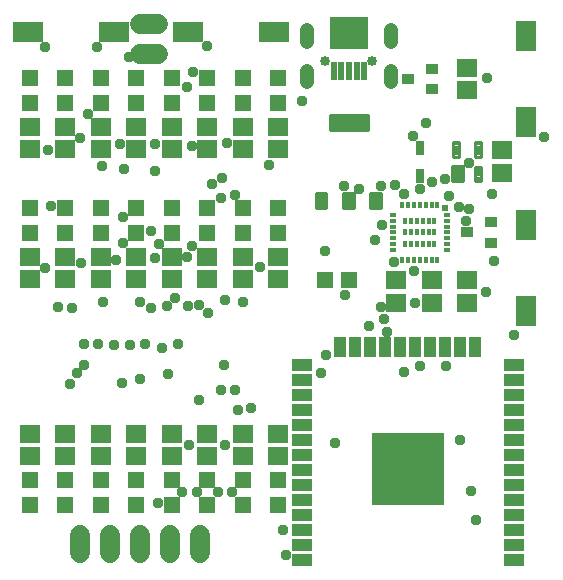
<source format=gbr>
G04 EAGLE Gerber RS-274X export*
G75*
%MOMM*%
%FSLAX34Y34*%
%LPD*%
%INSoldermask Top*%
%IPPOS*%
%AMOC8*
5,1,8,0,0,1.08239X$1,22.5*%
G01*
%ADD10R,1.703200X1.503200*%
%ADD11R,0.663200X1.243200*%
%ADD12C,0.346025*%
%ADD13C,0.293481*%
%ADD14R,1.703200X1.103200*%
%ADD15R,1.103200X1.703200*%
%ADD16R,6.203200X6.203200*%
%ADD17R,1.803200X2.503200*%
%ADD18R,1.403200X1.403200*%
%ADD19R,0.300000X0.600000*%
%ADD20R,0.600000X0.300000*%
%ADD21R,0.500000X0.500000*%
%ADD22R,1.053200X0.953200*%
%ADD23C,0.339959*%
%ADD24C,0.393431*%
%ADD25R,0.603200X1.603200*%
%ADD26R,3.203200X2.803200*%
%ADD27C,0.853200*%
%ADD28C,1.161200*%
%ADD29R,2.503200X1.803200*%
%ADD30C,1.727200*%
%ADD31C,0.959600*%


D10*
X370000Y240500D03*
X370000Y259500D03*
X400000Y439500D03*
X400000Y420500D03*
X400000Y240500D03*
X400000Y259500D03*
D11*
X360000Y371900D03*
X360000Y348100D03*
D12*
X388164Y343964D02*
X396636Y343964D01*
X388164Y343964D02*
X388164Y355536D01*
X396636Y355536D01*
X396636Y343964D01*
X396636Y347251D02*
X388164Y347251D01*
X388164Y350538D02*
X396636Y350538D01*
X396636Y353825D02*
X388164Y353825D01*
D13*
X407101Y343701D02*
X412099Y343701D01*
X407101Y343701D02*
X407101Y355799D01*
X412099Y355799D01*
X412099Y343701D01*
X412099Y346489D02*
X407101Y346489D01*
X407101Y349277D02*
X412099Y349277D01*
X412099Y352065D02*
X407101Y352065D01*
X407101Y354853D02*
X412099Y354853D01*
X412099Y364201D02*
X407101Y364201D01*
X407101Y376299D01*
X412099Y376299D01*
X412099Y364201D01*
X412099Y366989D02*
X407101Y366989D01*
X407101Y369777D02*
X412099Y369777D01*
X412099Y372565D02*
X407101Y372565D01*
X407101Y375353D02*
X412099Y375353D01*
X392899Y364201D02*
X387901Y364201D01*
X387901Y376299D01*
X392899Y376299D01*
X392899Y364201D01*
X392899Y366989D02*
X387901Y366989D01*
X387901Y369777D02*
X392899Y369777D01*
X392899Y372565D02*
X387901Y372565D01*
X387901Y375353D02*
X392899Y375353D01*
D14*
X440000Y23000D03*
X440000Y35700D03*
X440000Y48400D03*
X440000Y61100D03*
X440000Y73800D03*
X440000Y86500D03*
X440000Y99200D03*
X440000Y111900D03*
X440000Y124600D03*
X440000Y137300D03*
X440000Y150000D03*
X440000Y162700D03*
X440000Y175400D03*
X440000Y188100D03*
D15*
X407150Y203000D03*
X394450Y203000D03*
X381750Y203000D03*
X369050Y203000D03*
X356350Y203000D03*
X343650Y203000D03*
X330950Y203000D03*
X318250Y203000D03*
X305550Y203000D03*
X292850Y203000D03*
D14*
X260000Y188100D03*
X260000Y175400D03*
X260000Y162700D03*
X260000Y150000D03*
X260000Y137300D03*
X260000Y124600D03*
X260000Y111900D03*
X260000Y99200D03*
X260000Y86500D03*
X260000Y73800D03*
X260000Y61100D03*
X260000Y48400D03*
X260000Y35700D03*
X260000Y23000D03*
D16*
X350000Y100000D03*
D17*
X450000Y393500D03*
X450000Y466500D03*
D18*
X300500Y260000D03*
X279500Y260000D03*
D17*
X450000Y233500D03*
X450000Y306500D03*
D19*
X375000Y323000D03*
X370000Y323000D03*
X365000Y323000D03*
X360000Y323000D03*
X355000Y323000D03*
X350000Y323000D03*
X345000Y323000D03*
D20*
X337000Y315000D03*
X337000Y310000D03*
X337000Y305000D03*
X337000Y300000D03*
X337000Y295000D03*
X337000Y290000D03*
X337000Y285000D03*
D19*
X345000Y277000D03*
X350000Y277000D03*
X355000Y277000D03*
X360000Y277000D03*
X365000Y277000D03*
X370000Y277000D03*
X375000Y277000D03*
D20*
X383000Y285000D03*
X383000Y290000D03*
X383000Y295000D03*
X383000Y300000D03*
X383000Y305000D03*
X383000Y310000D03*
X383000Y315000D03*
D21*
X381025Y321025D03*
D19*
X372500Y310000D03*
X372500Y300000D03*
X372500Y290000D03*
X367500Y310000D03*
X367500Y300000D03*
X367500Y290000D03*
X362500Y310000D03*
X362500Y300000D03*
X362500Y290000D03*
X357500Y310000D03*
X357500Y300000D03*
X357500Y290000D03*
X352500Y310000D03*
X352500Y300000D03*
X352500Y290000D03*
X347500Y310000D03*
X347500Y300000D03*
X347500Y290000D03*
D22*
X420000Y291250D03*
X420000Y308750D03*
X400000Y300000D03*
X370000Y421250D03*
X370000Y438750D03*
X350000Y430000D03*
D10*
X340000Y240500D03*
X340000Y259500D03*
X430000Y350500D03*
X430000Y369500D03*
D23*
X281066Y320684D02*
X273134Y320684D01*
X273134Y332416D01*
X281066Y332416D01*
X281066Y320684D01*
X281066Y323914D02*
X273134Y323914D01*
X273134Y327144D02*
X281066Y327144D01*
X281066Y330374D02*
X273134Y330374D01*
X296034Y320684D02*
X303966Y320684D01*
X296034Y320684D02*
X296034Y332416D01*
X303966Y332416D01*
X303966Y320684D01*
X303966Y323914D02*
X296034Y323914D01*
X296034Y327144D02*
X303966Y327144D01*
X303966Y330374D02*
X296034Y330374D01*
X318934Y320684D02*
X326866Y320684D01*
X318934Y320684D02*
X318934Y332416D01*
X326866Y332416D01*
X326866Y320684D01*
X326866Y323914D02*
X318934Y323914D01*
X318934Y327144D02*
X326866Y327144D01*
X326866Y330374D02*
X318934Y330374D01*
D24*
X315249Y387851D02*
X284751Y387851D01*
X284751Y399049D01*
X315249Y399049D01*
X315249Y387851D01*
X315249Y391588D02*
X284751Y391588D01*
X284751Y395325D02*
X315249Y395325D01*
D25*
X313000Y437000D03*
X306500Y437000D03*
X300000Y437000D03*
X293500Y437000D03*
X287000Y437000D03*
D26*
X300000Y469000D03*
D27*
X320000Y445250D03*
X280000Y445250D03*
D28*
X264250Y436790D02*
X264250Y427210D01*
X264250Y461710D02*
X264250Y471290D01*
X335750Y471290D02*
X335750Y461710D01*
X335750Y436790D02*
X335750Y427210D01*
D18*
X30000Y69500D03*
X30000Y90500D03*
D10*
X30000Y129500D03*
X30000Y110500D03*
D18*
X60000Y69500D03*
X60000Y90500D03*
D10*
X60000Y129500D03*
X60000Y110500D03*
D18*
X90000Y69500D03*
X90000Y90500D03*
D10*
X90000Y129500D03*
X90000Y110500D03*
D18*
X120000Y69500D03*
X120000Y90500D03*
D10*
X120000Y129500D03*
X120000Y110500D03*
D18*
X150000Y69500D03*
X150000Y90500D03*
D10*
X150000Y129500D03*
X150000Y110500D03*
D18*
X180000Y69500D03*
X180000Y90500D03*
D10*
X180000Y129500D03*
X180000Y110500D03*
D18*
X210000Y69500D03*
X210000Y90500D03*
D10*
X210000Y129500D03*
X210000Y110500D03*
D18*
X240000Y69500D03*
X240000Y90500D03*
D10*
X240000Y129500D03*
X240000Y110500D03*
D18*
X30000Y430500D03*
X30000Y409500D03*
D10*
X30000Y370500D03*
X30000Y389500D03*
D18*
X60000Y430500D03*
X60000Y409500D03*
D10*
X60000Y370500D03*
X60000Y389500D03*
D18*
X90000Y430500D03*
X90000Y409500D03*
D10*
X90000Y370500D03*
X90000Y389500D03*
D18*
X120000Y430500D03*
X120000Y409500D03*
D10*
X120000Y370500D03*
X120000Y389500D03*
D18*
X150000Y430500D03*
X150000Y409500D03*
D10*
X150000Y370500D03*
X150000Y389500D03*
D18*
X180000Y430500D03*
X180000Y409500D03*
D10*
X180000Y370500D03*
X180000Y389500D03*
D18*
X210000Y430500D03*
X210000Y409500D03*
D10*
X210000Y370500D03*
X210000Y389500D03*
D18*
X240000Y430500D03*
X240000Y409500D03*
D10*
X240000Y370500D03*
X240000Y389500D03*
D18*
X30000Y320500D03*
X30000Y299500D03*
D10*
X30000Y260500D03*
X30000Y279500D03*
D18*
X60000Y320500D03*
X60000Y299500D03*
D10*
X60000Y260500D03*
X60000Y279500D03*
D18*
X90000Y320500D03*
X90000Y299500D03*
D10*
X90000Y260500D03*
X90000Y279500D03*
D18*
X120000Y320500D03*
X120000Y299500D03*
D10*
X120000Y260500D03*
X120000Y279500D03*
D18*
X150000Y320500D03*
X150000Y299500D03*
D10*
X150000Y260500D03*
X150000Y279500D03*
D18*
X180000Y320500D03*
X180000Y299500D03*
D10*
X180000Y260500D03*
X180000Y279500D03*
D18*
X210000Y320500D03*
X210000Y299500D03*
D10*
X210000Y260500D03*
X210000Y279500D03*
D18*
X240000Y320500D03*
X240000Y299500D03*
D10*
X240000Y260500D03*
X240000Y279500D03*
D29*
X28500Y470000D03*
X101500Y470000D03*
X163500Y470000D03*
X236500Y470000D03*
D30*
X138620Y451300D02*
X123380Y451300D01*
X123380Y476700D02*
X138620Y476700D01*
X72200Y43620D02*
X72200Y28380D01*
X97600Y28380D02*
X97600Y43620D01*
X123000Y43620D02*
X123000Y28380D01*
X148400Y28380D02*
X148400Y43620D01*
X173800Y43620D02*
X173800Y28380D01*
D31*
X370000Y343068D03*
X385068Y330932D03*
X381000Y345068D03*
X421041Y332959D03*
X402078Y358922D03*
X260068Y411000D03*
X417000Y431000D03*
X308423Y336423D03*
X297000Y247000D03*
X338000Y275000D03*
X356000Y240000D03*
X394000Y124000D03*
X407793Y56793D03*
X244000Y48000D03*
X247000Y27000D03*
X158932Y79928D03*
X171068Y79928D03*
X188932Y79928D03*
X201068Y79928D03*
X194000Y188000D03*
X192000Y167000D03*
X281000Y196000D03*
X191718Y328869D03*
X204000Y332000D03*
X163000Y423000D03*
X168157Y436157D03*
X184428Y341428D03*
X110000Y354000D03*
X136100Y352306D03*
X48000Y322500D03*
X108874Y291000D03*
X65908Y236092D03*
X136000Y278000D03*
X365514Y393068D03*
X393000Y322000D03*
X416000Y250000D03*
X399306Y309810D03*
X402088Y320000D03*
X288000Y122000D03*
X328000Y306068D03*
X327194Y237000D03*
X332000Y215806D03*
X339000Y340000D03*
X359854Y337000D03*
X322000Y294000D03*
X317000Y220932D03*
X360000Y187000D03*
X382174Y186826D03*
X440000Y213000D03*
X465000Y381000D03*
X423000Y276000D03*
X280000Y284000D03*
X296000Y339000D03*
X403000Y81000D03*
X180000Y458000D03*
X43000Y457000D03*
X91000Y356000D03*
X192718Y345720D03*
X139496Y290500D03*
X92068Y241000D03*
X63557Y172000D03*
X330000Y227000D03*
X347000Y182000D03*
X276000Y181000D03*
X76000Y188000D03*
X147000Y180000D03*
X172756Y158163D03*
X355000Y267000D03*
X347000Y332932D03*
X152510Y244510D03*
X327000Y339000D03*
X354000Y382000D03*
X108073Y172927D03*
X138694Y71000D03*
X195000Y120000D03*
X205791Y149791D03*
X204000Y167000D03*
X165000Y120000D03*
X217000Y151116D03*
X123000Y176000D03*
X53432Y236508D03*
X108874Y312878D03*
X69625Y180625D03*
X76000Y206000D03*
X123000Y241088D03*
X88000Y206000D03*
X132080Y236000D03*
X101000Y205000D03*
X146168Y238000D03*
X115000Y205000D03*
X163796Y237520D03*
X127000Y206000D03*
X172884Y238332D03*
X142000Y202000D03*
X181000Y232068D03*
X155000Y206000D03*
X45000Y370000D03*
X72000Y380000D03*
X79000Y400000D03*
X106000Y375000D03*
X136000Y375000D03*
X167000Y373000D03*
X197000Y376000D03*
X232000Y357000D03*
X43000Y270000D03*
X72806Y274306D03*
X102806Y277000D03*
X132806Y301000D03*
X162806Y279000D03*
X167496Y288500D03*
X210000Y241000D03*
X225000Y271000D03*
X195000Y243000D03*
X114000Y449000D03*
X87000Y457000D03*
M02*

</source>
